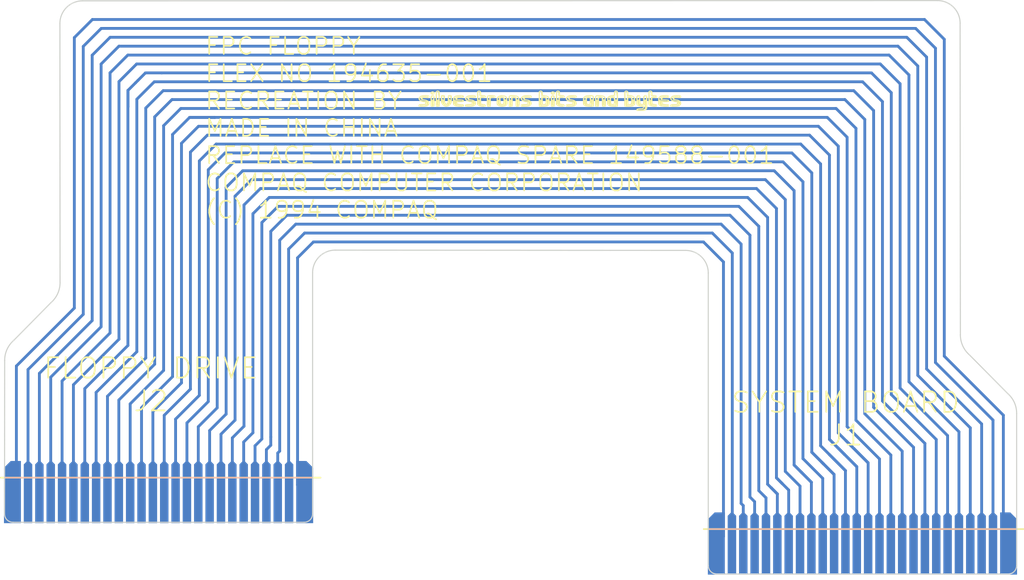
<source format=kicad_pcb>
(kicad_pcb (version 20211014) (generator pcbnew)
  (layers (0 "F.Cu" signal) (31 "B.Cu" signal) (34 "B.Paste" user) (36 "B.SilkS" user "B.Silkscreen") (37 "F.SilkS" user "F.Silkscreen") (38 "B.Mask" user) (44 "Edge.Cuts" user))
  (net 0 "")
  (net 1 "Net-(J1-Pad1)")
  (net 2 "Net-(J1-Pad2)")
  (net 3 "Net-(J1-Pad3)")
  (net 4 "Net-(J1-Pad4)")
  (net 5 "Net-(J1-Pad5)")
  (net 6 "Net-(J1-Pad6)")
  (net 7 "Net-(J1-Pad7)")
  (net 8 "Net-(J1-Pad8)")
  (net 9 "Net-(J1-Pad9)")
  (net 10 "Net-(J1-Pad10)")
  (net 11 "Net-(J1-Pad11)")
  (net 12 "Net-(J1-Pad12)")
  (net 13 "Net-(J1-Pad13)")
  (net 14 "Net-(J1-Pad14)")
  (net 15 "Net-(J1-Pad15)")
  (net 16 "Net-(J1-Pad16)")
  (net 17 "Net-(J1-Pad17)")
  (net 18 "Net-(J1-Pad18)")
  (net 19 "Net-(J1-Pad19)")
  (net 20 "Net-(J1-Pad20)")
  (net 21 "Net-(J1-Pad21)")
  (net 22 "Net-(J1-Pad22)")
  (net 23 "Net-(J1-Pad23)")
  (net 24 "Net-(J1-Pad24)")
  (net 25 "Net-(J1-Pad25)")
  (net 26 "Net-(J1-Pad26)")
  (footprint "Silvestron Components:sbab-text-logo-bab-tiny" (layer "F.Cu") (at 166.05 92.2)
    (fp_text reference "G***" hide)
    (fp_text value "LOGO" hide)
  )
  (footprint "LOGO" (layer "F.Cu") (at 157.590768 109.450922)
    (fp_text reference "G***" hide)
    (fp_text value "LOGO" hide)
  )
  (footprint "Silvestron Components:CONN_26P_Floppy_Flex" (layer "F.Cu") (at 124.35 129.15)
    (fp_text reference "J2" hide)
    (fp_text value "FLOPPY DRIVE")
    (pad "1" smd roundrect (at -10.9 -2.325) (size 1.5 5.5) (layers "B.Cu" "B.Paste") (roundrect_rratio 0) (chamfer_ratio 0.4) (chamfer top_left) (net 26 "Net-(J1-Pad26)"))
    (pad "2" smd roundrect (at -9.521 -2.325) (size 0.75 5.5) (layers "B.Cu" "B.Paste") (roundrect_rratio 0) (chamfer_ratio 0.4) (chamfer top_left top_right) (net 25 "Net-(J1-Pad25)"))
    (pad "3" smd roundrect (at -8.517 -2.325) (size 0.75 5.5) (layers "B.Cu" "B.Paste") (roundrect_rratio 0) (chamfer_ratio 0.4) (chamfer top_left top_right) (net 24 "Net-(J1-Pad24)"))
    (pad "4" smd roundrect (at -7.513 -2.325) (size 0.75 5.5) (layers "B.Cu" "B.Paste") (roundrect_rratio 0) (chamfer_ratio 0.4) (chamfer top_left top_right) (net 23 "Net-(J1-Pad23)"))
    (pad "5" smd roundrect (at -6.509 -2.325) (size 0.75 5.5) (layers "B.Cu" "B.Paste") (roundrect_rratio 0) (chamfer_ratio 0.4) (chamfer top_left top_right) (net 22 "Net-(J1-Pad22)"))
    (pad "6" smd roundrect (at -5.505 -2.325) (size 0.75 5.5) (layers "B.Cu" "B.Paste") (roundrect_rratio 0) (chamfer_ratio 0.4) (chamfer top_left top_right) (net 21 "Net-(J1-Pad21)"))
    (pad "7" smd roundrect (at -4.501 -2.325) (size 0.75 5.5) (layers "B.Cu" "B.Paste") (roundrect_rratio 0) (chamfer_ratio 0.4) (chamfer top_left top_right) (net 20 "Net-(J1-Pad20)"))
    (pad "8" smd roundrect (at -3.497 -2.325) (size 0.75 5.5) (layers "B.Cu" "B.Paste") (roundrect_rratio 0) (chamfer_ratio 0.4) (chamfer top_left top_right) (net 19 "Net-(J1-Pad19)"))
    (pad "9" smd roundrect (at -2.493 -2.325) (size 0.75 5.5) (layers "B.Cu" "B.Paste") (roundrect_rratio 0) (chamfer_ratio 0.4) (chamfer top_left top_right) (net 18 "Net-(J1-Pad18)"))
    (pad "10" smd roundrect (at -1.489 -2.325) (size 0.75 5.5) (layers "B.Cu" "B.Paste") (roundrect_rratio 0) (chamfer_ratio 0.4) (chamfer top_left top_right) (net 17 "Net-(J1-Pad17)"))
    (pad "11" smd roundrect (at -0.485 -2.325) (size 0.75 5.5) (layers "B.Cu" "B.Paste") (roundrect_rratio 0) (chamfer_ratio 0.4) (chamfer top_left top_right) (net 16 "Net-(J1-Pad16)"))
    (pad "12" smd roundrect (at 0.519 -2.325) (size 0.75 5.5) (layers "B.Cu" "B.Paste") (roundrect_rratio 0) (chamfer_ratio 0.4) (chamfer top_left top_right) (net 15 "Net-(J1-Pad15)"))
    (pad "13" smd roundrect (at 1.523 -2.325) (size 0.75 5.5) (layers "B.Cu" "B.Paste") (roundrect_rratio 0) (chamfer_ratio 0.4) (chamfer top_left top_right) (net 14 "Net-(J1-Pad14)"))
    (pad "14" smd roundrect (at 2.527 -2.325) (size 0.75 5.5) (layers "B.Cu" "B.Paste") (roundrect_rratio 0) (chamfer_ratio 0.4) (chamfer top_left top_right) (net 13 "Net-(J1-Pad13)"))
    (pad "15" smd roundrect (at 3.531 -2.325) (size 0.75 5.5) (layers "B.Cu" "B.Paste") (roundrect_rratio 0) (chamfer_ratio 0.4) (chamfer top_left top_right) (net 12 "Net-(J1-Pad12)"))
    (pad "16" smd roundrect (at 4.535 -2.325) (size 0.75 5.5) (layers "B.Cu" "B.Paste") (roundrect_rratio 0) (chamfer_ratio 0.4) (chamfer top_left top_right) (net 11 "Net-(J1-Pad11)"))
    (pad "17" smd roundrect (at 5.539 -2.325) (size 0.75 5.5) (layers "B.Cu" "B.Paste") (roundrect_rratio 0) (chamfer_ratio 0.4) (chamfer top_left top_right) (net 10 "Net-(J1-Pad10)"))
    (pad "18" smd roundrect (at 6.543 -2.325) (size 0.75 5.5) (layers "B.Cu" "B.Paste") (roundrect_rratio 0) (chamfer_ratio 0.4) (chamfer top_left top_right) (net 9 "Net-(J1-Pad9)"))
    (pad "19" smd roundrect (at 7.547 -2.325) (size 0.75 5.5) (layers "B.Cu" "B.Paste") (roundrect_rratio 0) (chamfer_ratio 0.4) (chamfer top_left top_right) (net 8 "Net-(J1-Pad8)"))
    (pad "20" smd roundrect (at 8.551 -2.325) (size 0.75 5.5) (layers "B.Cu" "B.Paste") (roundrect_rratio 0) (chamfer_ratio 0.4) (chamfer top_left top_right) (net 7 "Net-(J1-Pad7)"))
    (pad "21" smd roundrect (at 9.555 -2.325) (size 0.75 5.5) (layers "B.Cu" "B.Paste") (roundrect_rratio 0) (chamfer_ratio 0.4) (chamfer top_left top_right) (net 6 "Net-(J1-Pad6)"))
    (pad "22" smd roundrect (at 10.559 -2.325) (size 0.75 5.5) (layers "B.Cu" "B.Paste") (roundrect_rratio 0) (chamfer_ratio 0.4) (chamfer top_left top_right) (net 5 "Net-(J1-Pad5)"))
    (pad "23" smd roundrect (at 11.563 -2.325) (size 0.75 5.5) (layers "B.Cu" "B.Paste") (roundrect_rratio 0) (chamfer_ratio 0.4) (chamfer top_left top_right) (net 4 "Net-(J1-Pad4)"))
    (pad "24" smd roundrect (at 12.567 -2.325) (size 0.75 5.5) (layers "B.Cu" "B.Paste") (roundrect_rratio 0) (chamfer_ratio 0.4) (chamfer top_left top_right) (net 3 "Net-(J1-Pad3)"))
    (pad "25" smd roundrect (at 13.571 -2.325) (size 0.75 5.5) (layers "B.Cu" "B.Paste") (roundrect_rratio 0) (chamfer_ratio 0.4) (chamfer top_left top_right) (net 2 "Net-(J1-Pad2)"))
    (pad "26" smd roundrect (at 14.95 -2.325) (size 1.5 5.5) (layers "B.Cu" "B.Paste") (roundrect_rratio 0) (chamfer_ratio 0.4) (chamfer top_right) (net 1 "Net-(J1-Pad1)"))
  )
  (footprint "Silvestron Components:CONN_26P_Floppy_Flex" (layer "F.Cu") (at 186.613 133.7)
    (fp_text reference "J1" hide)
    (fp_text value "SYSTEM BOARD")
    (pad "1" smd roundrect (at -10.9 -2.325) (size 1.5 5.5) (layers "B.Cu" "B.Paste") (roundrect_rratio 0) (chamfer_ratio 0.4) (chamfer top_left) (net 1 "Net-(J1-Pad1)"))
    (pad "2" smd roundrect (at -9.521 -2.325) (size 0.75 5.5) (layers "B.Cu" "B.Paste") (roundrect_rratio 0) (chamfer_ratio 0.4) (chamfer top_left top_right) (net 2 "Net-(J1-Pad2)"))
    (pad "3" smd roundrect (at -8.517 -2.325) (size 0.75 5.5) (layers "B.Cu" "B.Paste") (roundrect_rratio 0) (chamfer_ratio 0.4) (chamfer top_left top_right) (net 3 "Net-(J1-Pad3)"))
    (pad "4" smd roundrect (at -7.513 -2.325) (size 0.75 5.5) (layers "B.Cu" "B.Paste") (roundrect_rratio 0) (chamfer_ratio 0.4) (chamfer top_left top_right) (net 4 "Net-(J1-Pad4)"))
    (pad "5" smd roundrect (at -6.509 -2.325) (size 0.75 5.5) (layers "B.Cu" "B.Paste") (roundrect_rratio 0) (chamfer_ratio 0.4) (chamfer top_left top_right) (net 5 "Net-(J1-Pad5)"))
    (pad "6" smd roundrect (at -5.505 -2.325) (size 0.75 5.5) (layers "B.Cu" "B.Paste") (roundrect_rratio 0) (chamfer_ratio 0.4) (chamfer top_left top_right) (net 6 "Net-(J1-Pad6)"))
    (pad "7" smd roundrect (at -4.501 -2.325) (size 0.75 5.5) (layers "B.Cu" "B.Paste") (roundrect_rratio 0) (chamfer_ratio 0.4) (chamfer top_left top_right) (net 7 "Net-(J1-Pad7)"))
    (pad "8" smd roundrect (at -3.497 -2.325) (size 0.75 5.5) (layers "B.Cu" "B.Paste") (roundrect_rratio 0) (chamfer_ratio 0.4) (chamfer top_left top_right) (net 8 "Net-(J1-Pad8)"))
    (pad "9" smd roundrect (at -2.493 -2.325) (size 0.75 5.5) (layers "B.Cu" "B.Paste") (roundrect_rratio 0) (chamfer_ratio 0.4) (chamfer top_left top_right) (net 9 "Net-(J1-Pad9)"))
    (pad "10" smd roundrect (at -1.489 -2.325) (size 0.75 5.5) (layers "B.Cu" "B.Paste") (roundrect_rratio 0) (chamfer_ratio 0.4) (chamfer top_left top_right) (net 10 "Net-(J1-Pad10)"))
    (pad "11" smd roundrect (at -0.485 -2.325) (size 0.75 5.5) (layers "B.Cu" "B.Paste") (roundrect_rratio 0) (chamfer_ratio 0.4) (chamfer top_left top_right) (net 11 "Net-(J1-Pad11)"))
    (pad "12" smd roundrect (at 0.519 -2.325) (size 0.75 5.5) (layers "B.Cu" "B.Paste") (roundrect_rratio 0) (chamfer_ratio 0.4) (chamfer top_left top_right) (net 12 "Net-(J1-Pad12)"))
    (pad "13" smd roundrect (at 1.523 -2.325) (size 0.75 5.5) (layers "B.Cu" "B.Paste") (roundrect_rratio 0) (chamfer_ratio 0.4) (chamfer top_left top_right) (net 13 "Net-(J1-Pad13)"))
    (pad "14" smd roundrect (at 2.527 -2.325) (size 0.75 5.5) (layers "B.Cu" "B.Paste") (roundrect_rratio 0) (chamfer_ratio 0.4) (chamfer top_left top_right) (net 14 "Net-(J1-Pad14)"))
    (pad "15" smd roundrect (at 3.531 -2.325) (size 0.75 5.5) (layers "B.Cu" "B.Paste") (roundrect_rratio 0) (chamfer_ratio 0.4) (chamfer top_left top_right) (net 15 "Net-(J1-Pad15)"))
    (pad "16" smd roundrect (at 4.535 -2.325) (size 0.75 5.5) (layers "B.Cu" "B.Paste") (roundrect_rratio 0) (chamfer_ratio 0.4) (chamfer top_left top_right) (net 16 "Net-(J1-Pad16)"))
    (pad "17" smd roundrect (at 5.539 -2.325) (size 0.75 5.5) (layers "B.Cu" "B.Paste") (roundrect_rratio 0) (chamfer_ratio 0.4) (chamfer top_left top_right) (net 17 "Net-(J1-Pad17)"))
    (pad "18" smd roundrect (at 6.543 -2.325) (size 0.75 5.5) (layers "B.Cu" "B.Paste") (roundrect_rratio 0) (chamfer_ratio 0.4) (chamfer top_left top_right) (net 18 "Net-(J1-Pad18)"))
    (pad "19" smd roundrect (at 7.547 -2.325) (size 0.75 5.5) (layers "B.Cu" "B.Paste") (roundrect_rratio 0) (chamfer_ratio 0.4) (chamfer top_left top_right) (net 19 "Net-(J1-Pad19)"))
    (pad "20" smd roundrect (at 8.551 -2.325) (size 0.75 5.5) (layers "B.Cu" "B.Paste") (roundrect_rratio 0) (chamfer_ratio 0.4) (chamfer top_left top_right) (net 20 "Net-(J1-Pad20)"))
    (pad "21" smd roundrect (at 9.555 -2.325) (size 0.75 5.5) (layers "B.Cu" "B.Paste") (roundrect_rratio 0) (chamfer_ratio 0.4) (chamfer top_left top_right) (net 21 "Net-(J1-Pad21)"))
    (pad "22" smd roundrect (at 10.559 -2.325) (size 0.75 5.5) (layers "B.Cu" "B.Paste") (roundrect_rratio 0) (chamfer_ratio 0.4) (chamfer top_left top_right) (net 22 "Net-(J1-Pad22)"))
    (pad "23" smd roundrect (at 11.563 -2.325) (size 0.75 5.5) (layers "B.Cu" "B.Paste") (roundrect_rratio 0) (chamfer_ratio 0.4) (chamfer top_left top_right) (net 23 "Net-(J1-Pad23)"))
    (pad "24" smd roundrect (at 12.567 -2.325) (size 0.75 5.5) (layers "B.Cu" "B.Paste") (roundrect_rratio 0) (chamfer_ratio 0.4) (chamfer top_left top_right) (net 24 "Net-(J1-Pad24)"))
    (pad "25" smd roundrect (at 13.571 -2.325) (size 0.75 5.5) (layers "B.Cu" "B.Paste") (roundrect_rratio 0) (chamfer_ratio 0.4) (chamfer top_left top_right) (net 25 "Net-(J1-Pad25)"))
    (pad "26" smd roundrect (at 14.95 -2.325) (size 1.5 5.5) (layers "B.Cu" "B.Paste") (roundrect_rratio 0) (chamfer_ratio 0.4) (chamfer top_right) (net 26 "Net-(J1-Pad26)"))
  )
  (footprint "Silvestron Components:sbab-text-logo-silvestrons-tiny" (layer "F.Cu") (at 154.55 92.2)
    (fp_text reference "G***" hide)
    (fp_text value "LOGO" hide)
  )
  (footprint "LOGO" (layer "F.Cu") (at 157.611901 109.014711)
    (fp_text reference "G***" hide)
    (fp_text value "LOGO" hide)
  )
  (gr_line (start 112.425 125.55) (end 140.7 125.55) (layer "F.SilkS") (width 0.15))
  (gr_line (start 174.6 130.1) (end 202.875 130.1) (layer "F.SilkS") (width 0.15))
  (gr_line (start 112.762783 115.175648) (end 112.75 128.749999) (layer "Edge.Cuts") (width 0.1))
  (gr_arc (start 113.499999 129.5) (mid 112.969669 129.280329) (end 112.75 128.749999) (layer "Edge.Cuts") (width 0.1))
  (gr_arc (start 112.762783 115.175648) (mid 112.975 114.2) (end 113.5733 113.400648) (layer "Edge.Cuts") (width 0.1))
  (gr_arc (start 117.65 85.375) (mid 118.235786 83.960786) (end 119.65 83.375) (layer "Edge.Cuts") (width 0.1))
  (gr_line (start 175 133.324999) (end 175 107.45) (layer "Edge.Cuts") (width 0.1))
  (gr_line (start 175.749999 134.075) (end 201.525 134.075) (layer "Edge.Cuts") (width 0.1))
  (gr_line (start 202.275 133.325) (end 202.275 119.875) (layer "Edge.Cuts") (width 0.1))
  (gr_arc (start 202.275 133.325) (mid 202.05533 133.85533) (end 201.525 134.075) (layer "Edge.Cuts") (width 0.1))
  (gr_arc (start 198.110517 114.7) (mid 197.512216 113.900649) (end 197.3 112.925) (layer "Edge.Cuts") (width 0.1))
  (gr_line (start 117.65 85.375) (end 117.662215 108.300649) (layer "Edge.Cuts") (width 0.1))
  (gr_line (start 195.275002 83.349999) (end 119.65 83.375) (layer "Edge.Cuts") (width 0.1))
  (gr_arc (start 117.662215 108.300649) (mid 117.449999 109.276298) (end 116.851698 110.075649) (layer "Edge.Cuts") (width 0.1))
  (gr_line (start 198.110517 114.7) (end 201.476698 118.100649) (layer "Edge.Cuts") (width 0.1))
  (gr_arc (start 201.476698 118.100649) (mid 202.07141 118.899839) (end 202.275 119.875) (layer "Edge.Cuts") (width 0.1))
  (gr_arc (start 140 107.425) (mid 140.585786 106.010786) (end 142 105.425) (layer "Edge.Cuts") (width 0.1))
  (gr_line (start 173.000001 105.449999) (end 142 105.425) (layer "Edge.Cuts") (width 0.1))
  (gr_line (start 140 107.425) (end 140 128.75) (layer "Edge.Cuts") (width 0.1))
  (gr_line (start 116.851698 110.075649) (end 113.5733 113.400648) (layer "Edge.Cuts") (width 0.1))
  (gr_arc (start 140 128.75) (mid 139.78033 129.28033) (end 139.25 129.5) (layer "Edge.Cuts") (width 0.1))
  (gr_line (start 197.275002 85.349999) (end 197.3 112.925) (layer "Edge.Cuts") (width 0.1))
  (gr_arc (start 175.749999 134.075) (mid 175.219669 133.855329) (end 175 133.324999) (layer "Edge.Cuts") (width 0.1))
  (gr_arc (start 195.275002 83.349999) (mid 196.689215 83.935786) (end 197.275002 85.349999) (layer "Edge.Cuts") (width 0.1))
  (gr_line (start 139.25 129.5) (end 113.499999 129.5) (layer "Edge.Cuts") (width 0.1))
  (gr_arc (start 173.000001 105.449999) (mid 174.414214 106.035786) (end 175 107.45) (layer "Edge.Cuts") (width 0.1))
  (gr_text "FLOPPY DRIVE\nJ2" (at 125.7 117.325) (layer "F.SilkS") (effects (font (size 1.8 1.8))))
  (gr_text "FPC FLOPPY\nFLEX NO 194635-001\nRECREATION BY \nMADE IN CHINA\nREPLACE WITH COMPAQ SPARE 149588-001\nCOMPAQ COMPUTER CORPORATION\n(C) 1994 COMPAQ" (at 130.4 94.625) (layer "F.SilkS") (effects (font (size 1.5 1.5)) (justify left)))
  (gr_text "SYSTEM BOARD\nJ1" (at 187.15 120.35) (layer "F.SilkS") (effects (font (size 1.8 1.8))))
  (segment (start 140.075 104.7) (end 138.67052 106.10448) (width 0.25) (layer "B.Cu") (net 1))
  (segment (start 138.67052 126.19552) (end 139.3 126.825) (width 0.25) (layer "B.Cu") (net 1))
  (segment (start 176.34248 106.46748) (end 174.575 104.7) (width 0.25) (layer "B.Cu") (net 1))
  (segment (start 176.34248 130.74552) (end 176.34248 106.46748) (width 0.25) (layer "B.Cu") (net 1))
  (segment (start 138.67052 106.10448) (end 138.67052 126.19552) (width 0.25) (layer "B.Cu") (net 1))
  (segment (start 175.713 131.375) (end 176.34248 130.74552) (width 0.25) (layer "B.Cu") (net 1))
  (segment (start 174.575 104.7) (end 140.075 104.7) (width 0.25) (layer "B.Cu") (net 1))
  (segment (start 137.88068 105.32532) (end 137.88068 126.825) (width 0.25) (layer "B.Cu") (net 2))
  (segment (start 175.357 103.913) (end 177.12378 105.67978) (width 0.25) (layer "B.Cu") (net 2))
  (segment (start 139.293 103.913) (end 137.88068 105.32532) (width 0.25) (layer "B.Cu") (net 2))
  (segment (start 139.293 103.913) (end 175.357 103.913) (width 0.25) (layer "B.Cu") (net 2))
  (segment (start 177.12378 105.67978) (end 177.12378 131.375) (width 0.25) (layer "B.Cu") (net 2))
  (segment (start 177.90508 127.83008) (end 178.096 128.021) (width 0.25) (layer "B.Cu") (net 3))
  (segment (start 137.09086 123.2) (end 137.09086 104.54614) (width 0.25) (layer "B.Cu") (net 3))
  (segment (start 138.511 103.126) (end 176.139 103.126) (width 0.25) (layer "B.Cu") (net 3))
  (segment (start 136.917 123.37386) (end 137.09086 123.2) (width 0.25) (layer "B.Cu") (net 3))
  (segment (start 177.90508 104.89208) (end 177.90508 127.83008) (width 0.25) (layer "B.Cu") (net 3))
  (segment (start 176.139 103.126) (end 177.90508 104.89208) (width 0.25) (layer "B.Cu") (net 3))
  (segment (start 178.096 131.375) (end 178.096 128.021) (width 0.25) (layer "B.Cu") (net 3))
  (segment (start 136.917 126.825) (end 136.917 123.37386) (width 0.25) (layer "B.Cu") (net 3))
  (segment (start 137.09086 104.54614) (end 138.511 103.126) (width 0.25) (layer "B.Cu") (net 3))
  (segment (start 178.68638 127.26355) (end 178.68638 104.10438) (width 0.25) (layer "B.Cu") (net 4))
  (segment (start 136.30104 122.682626) (end 135.913 123.070666) (width 0.25) (layer "B.Cu") (net 4))
  (segment (start 178.68638 104.10438) (end 176.921 102.339) (width 0.25) (layer "B.Cu") (net 4))
  (segment (start 135.913 123.070666) (end 135.913 126.825) (width 0.25) (layer "B.Cu") (net 4))
  (segment (start 137.729002 102.339) (end 136.30104 103.766962) (width 0.25) (layer "B.Cu") (net 4))
  (segment (start 136.30104 103.766962) (end 136.30104 121.94896) (width 0.25) (layer "B.Cu") (net 4))
  (segment (start 179.1 127.67717) (end 178.68638 127.26355) (width 0.25) (layer "B.Cu") (net 4))
  (segment (start 176.921 102.339) (end 137.729002 102.339) (width 0.25) (layer "B.Cu") (net 4))
  (segment (start 136.30104 121.94896) (end 136.30104 122.682626) (width 0.25) (layer "B.Cu") (net 4))
  (segment (start 179.1 131.375) (end 179.1 127.67717) (width 0.25) (layer "B.Cu") (net 4))
  (segment (start 180.104 127.333344) (end 180.104 131.375) (width 0.25) (layer "B.Cu") (net 5))
  (segment (start 135.51122 102.98778) (end 136.947 101.552) (width 0.25) (layer "B.Cu") (net 5))
  (segment (start 135.51122 122.131144) (end 135.51122 102.98778) (width 0.25) (layer "B.Cu") (net 5))
  (segment (start 179.46768 126.697024) (end 180.104 127.333344) (width 0.25) (layer "B.Cu") (net 5))
  (segment (start 134.909 126.825) (end 134.909 122.733364) (width 0.25) (layer "B.Cu") (net 5))
  (segment (start 177.703 101.552) (end 179.46768 103.31668) (width 0.25) (layer "B.Cu") (net 5))
  (segment (start 136.947 101.552) (end 177.703 101.552) (width 0.25) (layer "B.Cu") (net 5))
  (segment (start 134.909 122.733364) (end 135.51122 122.131144) (width 0.25) (layer "B.Cu") (net 5))
  (segment (start 179.46768 103.31668) (end 179.46768 126.697024) (width 0.25) (layer "B.Cu") (net 5))
  (segment (start 133.905 126.825) (end 133.905 122.39606) (width 0.25) (layer "B.Cu") (net 6))
  (segment (start 133.905 122.39606) (end 134.7214 121.57966) (width 0.25) (layer "B.Cu") (net 6))
  (segment (start 180.24898 102.52898) (end 178.485 100.765) (width 0.25) (layer "B.Cu") (net 6))
  (segment (start 134.7214 102.2086) (end 134.7214 121.57966) (width 0.25) (layer "B.Cu") (net 6))
  (segment (start 180.57174 126.45326) (end 181.10878 126.9903) (width 0.25) (layer "B.Cu") (net 6))
  (segment (start 181.108 131.375) (end 181.108 126.98952) (width 0.25) (layer "B.Cu") (net 6))
  (segment (start 136.165 100.765) (end 134.7214 102.2086) (width 0.25) (layer "B.Cu") (net 6))
  (segment (start 180.57174 126.45326) (end 181.108 126.98952) (width 0.25) (layer "B.Cu") (net 6))
  (segment (start 180.24898 126.1305) (end 180.24898 102.52898) (width 0.25) (layer "B.Cu") (net 6))
  (segment (start 178.485 100.765) (end 136.165 100.765) (width 0.25) (layer "B.Cu") (net 6))
  (segment (start 180.57174 126.45326) (end 180.24898 126.1305) (width 0.25) (layer "B.Cu") (net 6))
  (segment (start 133.93158 101.42942) (end 133.93158 121.002233) (width 0.25) (layer "B.Cu") (net 7))
  (segment (start 182.112 131.375) (end 182.112 126.645696) (width 0.25) (layer "B.Cu") (net 7))
  (segment (start 181.03028 125.563976) (end 181.03028 101.74128) (width 0.25) (layer "B.Cu") (net 7))
  (segment (start 135.383 99.978) (end 133.93158 101.42942) (width 0.25) (layer "B.Cu") (net 7))
  (segment (start 132.901 126.825) (end 132.901 122.032813) (width 0.25) (layer "B.Cu") (net 7))
  (segment (start 179.267 99.978) (end 135.383 99.978) (width 0.25) (layer "B.Cu") (net 7))
  (segment (start 181.533152 126.066848) (end 182.112 126.645696) (width 0.25) (layer "B.Cu") (net 7))
  (segment (start 132.901 122.032813) (end 133.93158 121.002233) (width 0.25) (layer "B.Cu") (net 7))
  (segment (start 181.03028 101.74128) (end 179.267 99.978) (width 0.25) (layer "B.Cu") (net 7))
  (segment (start 181.04454 125.578235) (end 181.533152 126.066848) (width 0.25) (layer "B.Cu") (net 7))
  (segment (start 181.533152 126.066848) (end 181.03028 125.563976) (width 0.25) (layer "B.Cu") (net 7))
  (segment (start 180.049 99.191) (end 134.601 99.191) (width 0.25) (layer "B.Cu") (net 8))
  (segment (start 131.897 126.825) (end 131.897 121.706086) (width 0.25) (layer "B.Cu") (net 8))
  (segment (start 183.116 131.375) (end 183.116 126.30187) (width 0.25) (layer "B.Cu") (net 8))
  (segment (start 134.601 99.191) (end 133.14176 100.65024) (width 0.25) (layer "B.Cu") (net 8))
  (segment (start 133.14176 100.65024) (end 133.14176 120.461326) (width 0.25) (layer "B.Cu") (net 8))
  (segment (start 183.116 126.30187) (end 181.81158 124.99745) (width 0.25) (layer "B.Cu") (net 8))
  (segment (start 131.897 121.706086) (end 133.14176 120.461326) (width 0.25) (layer "B.Cu") (net 8))
  (segment (start 181.81158 100.95358) (end 180.049 99.191) (width 0.25) (layer "B.Cu") (net 8))
  (segment (start 181.81158 124.99745) (end 181.81158 100.95358) (width 0.25) (layer "B.Cu") (net 8))
  (segment (start 182.59288 124.430926) (end 182.59288 100.16588) (width 0.25) (layer "B.Cu") (net 9))
  (segment (start 183.293477 125.131523) (end 183.193477 125.031523) (width 0.25) (layer "B.Cu") (net 9))
  (segment (start 183.193477 125.031523) (end 182.59288 124.430926) (width 0.25) (layer "B.Cu") (net 9))
  (segment (start 132.35194 99.87106) (end 132.35194 119.920419) (width 0.25) (layer "B.Cu") (net 9))
  (segment (start 183.293477 125.131523) (end 184.11156 125.949605) (width 0.25) (layer "B.Cu") (net 9))
  (segment (start 184.12 131.375) (end 184.12 125.958046) (width 0.25) (layer "B.Cu") (net 9))
  (segment (start 132.35194 119.920419) (end 132.354336 119.922815) (width 0.25) (layer "B.Cu") (net 9))
  (segment (start 182.61156 124.449605) (end 183.293477 125.131523) (width 0.25) (layer "B.Cu") (net 9))
  (segment (start 180.831 98.404) (end 133.819 98.404) (width 0.25) (layer "B.Cu") (net 9))
  (segment (start 183.193477 125.031523) (end 184.12 125.958046) (width 0.25) (layer "B.Cu") (net 9))
  (segment (start 130.893 121.384151) (end 132.354336 119.922815) (width 0.25) (layer "B.Cu") (net 9))
  (segment (start 133.819 98.404) (end 132.35194 99.87106) (width 0.25) (layer "B.Cu") (net 9))
  (segment (start 130.893 126.825) (end 130.893 121.384151) (width 0.25) (layer "B.Cu") (net 9))
  (segment (start 182.59288 100.16588) (end 180.831 98.404) (width 0.25) (layer "B.Cu") (net 9))
  (segment (start 129.889 121.046848) (end 131.56212 119.373728) (width 0.25) (layer "B.Cu") (net 10))
  (segment (start 129.889 126.825) (end 129.889 121.046848) (width 0.25) (layer "B.Cu") (net 10))
  (segment (start 131.56212 99.09188) (end 131.56212 119.373728) (width 0.25) (layer "B.Cu") (net 10))
  (segment (start 133.037 97.617) (end 131.56212 99.09188) (width 0.25) (layer "B.Cu") (net 10))
  (segment (start 183.37418 123.8644) (end 183.37418 99.37818) (width 0.25) (layer "B.Cu") (net 10))
  (segment (start 183.37418 99.37818) (end 181.613 97.617) (width 0.25) (layer "B.Cu") (net 10))
  (segment (start 181.613 97.617) (end 133.037 97.617) (width 0.25) (layer "B.Cu") (net 10))
  (segment (start 185.124 131.375) (end 185.124 125.61422) (width 0.25) (layer "B.Cu") (net 10))
  (segment (start 185.124 125.61422) (end 183.37418 123.8644) (width 0.25) (layer "B.Cu") (net 10))
  (segment (start 185.191302 124.333698) (end 184.15482 123.297215) (width 0.25) (layer "B.Cu") (net 11))
  (segment (start 184.15548 98.59048) (end 182.395 96.83) (width 0.25) (layer "B.Cu") (net 11))
  (segment (start 128.885 120.709544) (end 130.7723 118.822244) (width 0.25) (layer "B.Cu") (net 11))
  (segment (start 185.191302 124.333698) (end 185.053802 124.196198) (width 0.25) (layer "B.Cu") (net 11))
  (segment (start 130.7723 98.3127) (end 130.7723 118.822244) (width 0.25) (layer "B.Cu") (net 11))
  (segment (start 132.255 96.83) (end 130.7723 98.3127) (width 0.25) (layer "B.Cu") (net 11))
  (segment (start 184.15548 123.297876) (end 184.15548 98.59048) (width 0.25) (layer "B.Cu") (net 11))
  (segment (start 186.12734 125.269735) (end 185.191302 124.333698) (width 0.25) (layer "B.Cu") (net 11))
  (segment (start 185.053802 124.196198) (end 186.128 125.270396) (width 0.25) (layer "B.Cu") (net 11))
  (segment (start 185.053802 124.196198) (end 184.15548 123.297876) (width 0.25) (layer "B.Cu") (net 11))
  (segment (start 186.128 131.375) (end 186.128 125.270396) (width 0.25) (layer "B.Cu") (net 11))
  (segment (start 182.395 96.83) (end 132.255 96.83) (width 0.25) (layer "B.Cu") (net 11))
  (segment (start 128.885 126.825) (end 128.885 120.709544) (width 0.25) (layer "B.Cu") (net 11))
  (segment (start 187.12845 124.92302) (end 186.115215 123.909785) (width 0.25) (layer "B.Cu") (net 12))
  (segment (start 187.132 131.375) (end 187.132 124.92657) (width 0.25) (layer "B.Cu") (net 12))
  (segment (start 186.115215 123.909785) (end 185.727715 123.522285) (width 0.25) (layer "B.Cu") (net 12))
  (segment (start 127.881 126.825) (end 127.881 120.372242) (width 0.25) (layer "B.Cu") (net 12))
  (segment (start 183.177 96.043) (end 131.473 96.043) (width 0.25) (layer "B.Cu") (net 12))
  (segment (start 131.473 96.043) (end 129.98248 97.53352) (width 0.25) (layer "B.Cu") (net 12))
  (segment (start 185.727715 123.522285) (end 184.93678 122.73135) (width 0.25) (layer "B.Cu") (net 12))
  (segment (start 184.93678 122.73135) (end 184.93678 97.80278) (width 0.25) (layer "B.Cu") (net 12))
  (segment (start 127.881 120.372242) (end 129.98248 118.270762) (width 0.25) (layer "B.Cu") (net 12))
  (segment (start 184.93678 97.80278) (end 183.177 96.043) (width 0.25) (layer "B.Cu") (net 12))
  (segment (start 185.727715 123.522285) (end 187.132 124.92657) (width 0.25) (layer "B.Cu") (net 12))
  (segment (start 129.98248 97.53352) (end 129.98248 118.270762) (width 0.25) (layer "B.Cu") (net 12))
  (segment (start 187.064127 123.510873) (end 186.476627 122.923373) (width 0.25) (layer "B.Cu") (net 13))
  (segment (start 185.71808 97.01508) (end 183.959 95.256) (width 0.25) (layer "B.Cu") (net 13))
  (segment (start 126.877 120.03494) (end 129.19266 117.71928) (width 0.25) (layer "B.Cu") (net 13))
  (segment (start 129.19266 96.75434) (end 129.19266 117.71928) (width 0.25) (layer "B.Cu") (net 13))
  (segment (start 186.476627 122.923373) (end 185.71808 122.164826) (width 0.25) (layer "B.Cu") (net 13))
  (segment (start 186.476627 122.923373) (end 188.136 124.582746) (width 0.25) (layer "B.Cu") (net 13))
  (segment (start 188.136 131.375) (end 188.136 124.582746) (width 0.25) (layer "B.Cu") (net 13))
  (segment (start 126.877 126.825) (end 126.877 120.03494) (width 0.25) (layer "B.Cu") (net 13))
  (segment (start 188.1136 124.560345) (end 187.064127 123.510873) (width 0.25) (layer "B.Cu") (net 13))
  (segment (start 183.959 95.256) (end 130.691 95.256) (width 0.25) (layer "B.Cu") (net 13))
  (segment (start 187.064127 123.510873) (end 185.7276 122.174345) (width 0.25) (layer "B.Cu") (net 13))
  (segment (start 185.71808 122.164826) (end 185.71808 97.01508) (width 0.25) (layer "B.Cu") (net 13))
  (segment (start 130.691 95.256) (end 129.19266 96.75434) (width 0.25) (layer "B.Cu") (net 13))
  (segment (start 187.18804 122.28696) (end 189.14 124.23892) (width 0.25) (layer "B.Cu") (net 14))
  (segment (start 186.49938 121.5983) (end 186.49938 96.22738) (width 0.25) (layer "B.Cu") (net 14))
  (segment (start 187.67554 122.77446) (end 187.18804 122.28696) (width 0.25) (layer "B.Cu") (net 14))
  (segment (start 187.18804 122.28696) (end 186.49938 121.5983) (width 0.25) (layer "B.Cu") (net 14))
  (segment (start 187.67554 122.77446) (end 189.13067 124.22959) (width 0.25) (layer "B.Cu") (net 14))
  (segment (start 128.40284 95.97516) (end 128.40284 117.167796) (width 0.25) (layer "B.Cu") (net 14))
  (segment (start 186.49938 96.22738) (end 184.741 94.469) (width 0.25) (layer "B.Cu") (net 14))
  (segment (start 189.14 131.375) (end 189.14 124.23892) (width 0.25) (layer "B.Cu") (net 14))
  (segment (start 125.873 119.697636) (end 128.40284 117.167796) (width 0.25) (layer "B.Cu") (net 14))
  (segment (start 125.873 126.825) (end 125.873 119.697636) (width 0.25) (layer "B.Cu") (net 14))
  (segment (start 184.741 94.469) (end 129.909 94.469) (width 0.25) (layer "B.Cu") (net 14))
  (segment (start 129.909 94.469) (end 128.40284 95.97516) (width 0.25) (layer "B.Cu") (net 14))
  (segment (start 124.869 126.825) (end 124.869 119.360332) (width 0.25) (layer "B.Cu") (net 15))
  (segment (start 131.357 93.682) (end 185.523 93.682) (width 0.25) (layer "B.Cu") (net 15))
  (segment (start 131.357 93.682) (end 129.127 93.682) (width 0.25) (layer "B.Cu") (net 15))
  (segment (start 190.144 123.895096) (end 190.144 131.375) (width 0.25) (layer "B.Cu") (net 15))
  (segment (start 129.127 93.682) (end 127.61302 95.19598) (width 0.25) (layer "B.Cu") (net 15))
  (segment (start 127.61302 95.19598) (end 127.61302 116.616312) (width 0.25) (layer "B.Cu") (net 15))
  (segment (start 187.28068 121.031776) (end 190.144 123.895096) (width 0.25) (layer "B.Cu") (net 15))
  (segment (start 131.357 93.682) (end 129.125 93.682) (width 0.25) (layer "B.Cu") (net 15))
  (segment (start 185.523 93.682) (end 187.28068 95.43968) (width 0.25) (layer "B.Cu") (net 15))
  (segment (start 124.869 119.360332) (end 127.61302 116.616312) (width 0.25) (layer "B.Cu") (net 15))
  (segment (start 187.28068 95.43968) (end 187.28068 121.031776) (width 0.25) (layer "B.Cu") (net 15))
  (segment (start 123.865 119.02303) (end 126.8232 116.06483) (width 0.25) (layer "B.Cu") (net 16))
  (segment (start 123.865 126.825) (end 123.865 119.02303) (width 0.25) (layer "B.Cu") (net 16))
  (segment (start 188.06198 120.46525) (end 188.06198 94.65198) (width 0.25) (layer "B.Cu") (net 16))
  (segment (start 128.345 92.895) (end 126.8232 94.4168) (width 0.25) (layer "B.Cu") (net 16))
  (segment (start 126.8232 94.4168) (end 126.8232 116.06483) (width 0.25) (layer "B.Cu") (net 16))
  (segment (start 191.148 123.55127) (end 188.06198 120.46525) (width 0.25) (layer "B.Cu") (net 16))
  (segment (start 188.06198 94.65198) (end 186.305 92.895) (width 0.25) (layer "B.Cu") (net 16))
  (segment (start 191.148 131.375) (end 191.148 123.55127) (width 0.25) (layer "B.Cu") (net 16))
  (segment (start 186.305 92.895) (end 128.345 92.895) (width 0.25) (layer "B.Cu") (net 16))
  (segment (start 188.84328 93.86428) (end 187.087 92.108) (width 0.25) (layer "B.Cu") (net 17))
  (segment (start 192.152 131.375) (end 192.152 123.207444) (width 0.25) (layer "B.Cu") (net 17))
  (segment (start 122.861 126.825) (end 122.861 118.685726) (width 0.25) (layer "B.Cu") (net 17))
  (segment (start 122.861 118.685726) (end 126.03338 115.513346) (width 0.25) (layer "B.Cu") (net 17))
  (segment (start 126.03338 93.63762) (end 126.03338 115.513346) (width 0.25) (layer "B.Cu") (net 17))
  (segment (start 127.563 92.108) (end 126.03338 93.63762) (width 0.25) (layer "B.Cu") (net 17))
  (segment (start 187.087 92.108) (end 127.563 92.108) (width 0.25) (layer "B.Cu") (net 17))
  (segment (start 188.84328 119.898724) (end 188.84328 93.86428) (width 0.25) (layer "B.Cu") (net 17))
  (segment (start 192.152 123.207444) (end 188.84328 119.898724) (width 0.25) (layer "B.Cu") (net 17))
  (segment (start 193.156 131.375) (end 193.156 122.86362) (width 0.25) (layer "B.Cu") (net 18))
  (segment (start 187.869 91.321) (end 126.781 91.321) (width 0.25) (layer "B.Cu") (net 18))
  (segment (start 121.857 126.825) (end 121.857 118.348424) (width 0.25) (layer "B.Cu") (net 18))
  (segment (start 193.156 122.86362) (end 189.62458 119.3322) (width 0.25) (layer "B.Cu") (net 18))
  (segment (start 126.781 91.321) (end 125.24356 92.85844) (width 0.25) (layer "B.Cu") (net 18))
  (segment (start 125.24356 92.85844) (end 125.24356 114.961864) (width 0.25) (layer "B.Cu") (net 18))
  (segment (start 121.857 118.348424) (end 125.24356 114.961864) (width 0.25) (layer "B.Cu") (net 18))
  (segment (start 189.62458 119.3322) (end 189.62458 93.07658) (width 0.25) (layer "B.Cu") (net 18))
  (segment (start 189.62458 93.07658) (end 187.869 91.321) (width 0.25) (layer "B.Cu") (net 18))
  (segment (start 190.40588 92.28888) (end 188.651 90.534) (width 0.25) (layer "B.Cu") (net 19))
  (segment (start 125.999 90.534) (end 124.45374 92.07926) (width 0.25) (layer "B.Cu") (net 19))
  (segment (start 190.40588 118.765674) (end 190.40588 92.28888) (width 0.25) (layer "B.Cu") (net 19))
  (segment (start 120.853 118.011122) (end 124.45374 114.410382) (width 0.25) (layer "B.Cu") (net 19))
  (segment (start 124.45374 92.07926) (end 124.45374 114.410382) (width 0.25) (layer "B.Cu") (net 19))
  (segment (start 194.16 122.519794) (end 190.40588 118.765674) (width 0.25) (layer "B.Cu") (net 19))
  (segment (start 194.16 131.375) (end 194.16 122.519794) (width 0.25) (layer "B.Cu") (net 19))
  (segment (start 120.853 126.825) (end 120.853 118.011122) (width 0.25) (layer "B.Cu") (net 19))
  (segment (start 188.651 90.534) (end 125.999 90.534) (width 0.25) (layer "B.Cu") (net 19))
  (segment (start 125.217 89.747) (end 124.557 90.407) (width 0.25) (layer "B.Cu") (net 20))
  (segment (start 126.653 89.747) (end 125.217 89.747) (width 0.25) (layer "B.Cu") (net 20))
  (segment (start 124.3445 90.6195) (end 123.66392 91.30008) (width 0.25) (layer "B.Cu") (net 20))
  (segment (start 123.66392 92.73892) (end 123.66392 113.858898) (width 0.25) (layer "B.Cu") (net 20))
  (segment (start 191.18718 91.5) (end 191.18718 118.19915) (width 0.25) (layer "B.Cu") (net 20))
  (segment (start 119.849 126.825) (end 119.849 117.673818) (width 0.25) (layer "B.Cu") (net 20))
  (segment (start 189.433 89.747) (end 126.653 89.747) (width 0.25) (layer "B.Cu") (net 20))
  (segment (start 195.164 122.17597) (end 195.164 131.375) (width 0.25) (layer "B.Cu") (net 20))
  (segment (start 119.849 117.673818) (end 123.66392 113.858898) (width 0.25) (layer "B.Cu") (net 20))
  (segment (start 124.557 90.407) (end 124.3445 90.6195) (width 0.25) (layer "B.Cu") (net 20))
  (segment (start 191.183 91.497) (end 189.433 89.747) (width 0.25) (layer "B.Cu") (net 20))
  (segment (start 123.66392 91.30008) (end 123.66392 92.73892) (width 0.25) (layer "B.Cu") (net 20))
  (segment (start 123.66392 91.3) (end 123.66392 92.73892) (width 0.25) (layer "B.Cu") (net 20))
  (segment (start 191.18718 118.19915) (end 195.164 122.17597) (width 0.25) (layer "B.Cu") (net 20))
  (segment (start 124.435 88.96) (end 190.215 88.96) (width 0.25) (layer "B.Cu") (net 21))
  (segment (start 122.8741 90.5209) (end 124.435 88.96) (width 0.25) (layer "B.Cu") (net 21))
  (segment (start 191.96848 90.71348) (end 191.96848 117.632626) (width 0.25) (layer "B.Cu") (net 21))
  (segment (start 191.96848 117.632626) (end 196.168 121.832146) (width 0.25) (layer "B.Cu") (net 21))
  (segment (start 196.168 121.832146) (end 196.168 131.375) (width 0.25) (layer "B.Cu") (net 21))
  (segment (start 118.845 117.336516) (end 122.8741 113.307416) (width 0.25) (layer "B.Cu") (net 21))
  (segment (start 190.215 88.96) (end 191.96848 90.71348) (width 0.25) (layer "B.Cu") (net 21))
  (segment (start 122.8741 113.307416) (end 122.8741 90.5209) (width 0.25) (layer "B.Cu") (net 21))
  (segment (start 118.845 126.825) (end 118.845 117.336516) (width 0.25) (layer "B.Cu") (net 21))
  (segment (start 123.653 88.173) (end 122.08428 89.74172) (width 0.25) (layer "B.Cu") (net 22))
  (segment (start 197.172 131.375) (end 197.172 121.48832) (width 0.25) (layer "B.Cu") (net 22))
  (segment (start 197.172 121.48832) (end 192.74978 117.0661) (width 0.25) (layer "B.Cu") (net 22))
  (segment (start 192.74978 117.0661) (end 192.74978 89.92578) (width 0.25) (layer "B.Cu") (net 22))
  (segment (start 192.74978 89.92578) (end 190.997 88.173) (width 0.25) (layer "B.Cu") (net 22))
  (segment (start 190.997 88.173) (end 123.653 88.173) (width 0.25) (layer "B.Cu") (net 22))
  (segment (start 117.841 116.999212) (end 122.08428 112.755932) (width 0.25) (layer "B.Cu") (net 22))
  (segment (start 122.08428 89.74172) (end 122.08428 112.755932) (width 0.25) (layer "B.Cu") (net 22))
  (segment (start 117.841 126.825) (end 117.841 116.999212) (width 0.25) (layer "B.Cu") (net 22))
  (segment (start 191.779 87.386) (end 193.53108 89.13808) (width 0.25) (layer "B.Cu") (net 23))
  (segment (start 193.53108 116.499576) (end 198.176 121.144496) (width 0.25) (layer "B.Cu") (net 23))
  (segment (start 121.29446 112.204448) (end 121.29446 88.96254) (width 0.25) (layer "B.Cu") (net 23))
  (segment (start 193.53108 89.13808) (end 193.53108 116.499576) (width 0.25) (layer "B.Cu") (net 23))
  (segment (start 116.837 116.661908) (end 121.29446 112.204448) (width 0.25) (layer "B.Cu") (net 23))
  (segment (start 198.176 121.144496) (end 198.176 131.375) (width 0.25) (layer "B.Cu") (net 23))
  (segment (start 121.29446 88.96254) (end 122.871 87.386) (width 0.25) (layer "B.Cu") (net 23))
  (segment (start 122.871 87.386) (end 191.779 87.386) (width 0.25) (layer "B.Cu") (net 23))
  (segment (start 116.837 126.825) (end 116.837 116.661908) (width 0.25) (layer "B.Cu") (net 23))
  (segment (start 115.833 126.825) (end 115.833 116.324606) (width 0.25) (layer "B.Cu") (net 24))
  (segment (start 194.31238 115.93305) (end 194.31238 88.35038) (width 0.25) (layer "B.Cu") (net 24))
  (segment (start 194.31238 88.35038) (end 192.561 86.599) (width 0.25) (layer "B.Cu") (net 24))
  (segment (start 199.18 131.375) (end 199.18 120.80067) (width 0.25) (layer "B.Cu") (net 24))
  (segment (start 199.18 120.80067) (end 194.31238 115.93305) (width 0.25) (layer "B.Cu") (net 24))
  (segment (start 192.561 86.599) (end 122.089 86.599) (width 0.25) (layer "B.Cu") (net 24))
  (segment (start 115.833 116.324606) (end 120.50464 111.652966) (width 0.25) (layer "B.Cu") (net 24))
  (segment (start 120.50464 88.18336) (end 120.50464 111.652966) (width 0.25) (layer "B.Cu") (net 24))
  (segment (start 122.089 86.599) (end 120.50464 88.18336) (width 0.25) (layer "B.Cu") (net 24))
  (segment (start 121.307002 85.812) (end 193.343 85.812) (width 0.25) (layer "B.Cu") (net 25))
  (segment (start 195.09368 115.366526) (end 200.184 120.456846) (width 0.25) (layer "B.Cu") (net 25))
  (segment (start 114.829 115.987302) (end 119.71482 111.101482) (width 0.25) (layer "B.Cu") (net 25))
  (segment (start 193.343 85.812) (end 195.09368 87.56268) (width 0.25) (layer "B.Cu") (net 25))
  (segment (start 195.09368 87.56268) (end 195.09368 115.366526) (width 0.25) (layer "B.Cu") (net 25))
  (segment (start 200.184 120.456846) (end 200.184 131.375) (width 0.25) (layer "B.Cu") (net 25))
  (segment (start 114.829 126.825) (end 114.829 115.987302) (width 0.25) (layer "B.Cu") (net 25))
  (segment (start 119.71482 111.101482) (end 119.71482 87.404182) (width 0.25) (layer "B.Cu") (net 25))
  (segment (start 119.71482 87.404182) (end 121.307002 85.812) (width 0.25) (layer "B.Cu") (net 25))
  (segment (start 195.875 86.775) (end 195.875 114.8) (width 0.25) (layer "B.Cu") (net 26))
  (segment (start 118.925 86.625) (end 120.525 85.025) (width 0.25) (layer "B.Cu") (net 26))
  (segment (start 118.925 110.55) (end 118.925 86.625) (width 0.25) (layer "B.Cu") (net 26))
  (segment (start 201.1 120.025) (end 201.1 130.95) (width 0.25) (layer "B.Cu") (net 26))
  (segment (start 113.8 126.475) (end 113.8 115.675) (width 0.25) (layer "B.Cu") (net 26))
  (segment (start 201.525 131.375) (end 201.563 131.375) (width 0.25) (layer "B.Cu") (net 26))
  (segment (start 194.125 85.025) (end 195.875 86.775) (width 0.25) (layer "B.Cu") (net 26))
  (segment (start 113.45 126.825) (end 113.8 126.475) (width 0.25) (layer "B.Cu") (net 26))
  (segment (start 113.85 126.425) (end 113.45 126.825) (width 0.25) (layer "B.Cu") (net 26))
  (segment (start 195.87498 114.8) (end 201.09998 120.025) (width 0.25) (layer "B.Cu") (net 26))
  (segment (start 201.1 130.95) (end 201.525 131.375) (width 0.25) (layer "B.Cu") (net 26))
  (segment (start 113.8 115.675) (end 118.925 110.55) (width 0.25) (layer "B.Cu") (net 26))
  (segment (start 120.525 85.025) (end 194.125 85.025) (width 0.25) (layer "B.Cu") (net 26))
)
</source>
